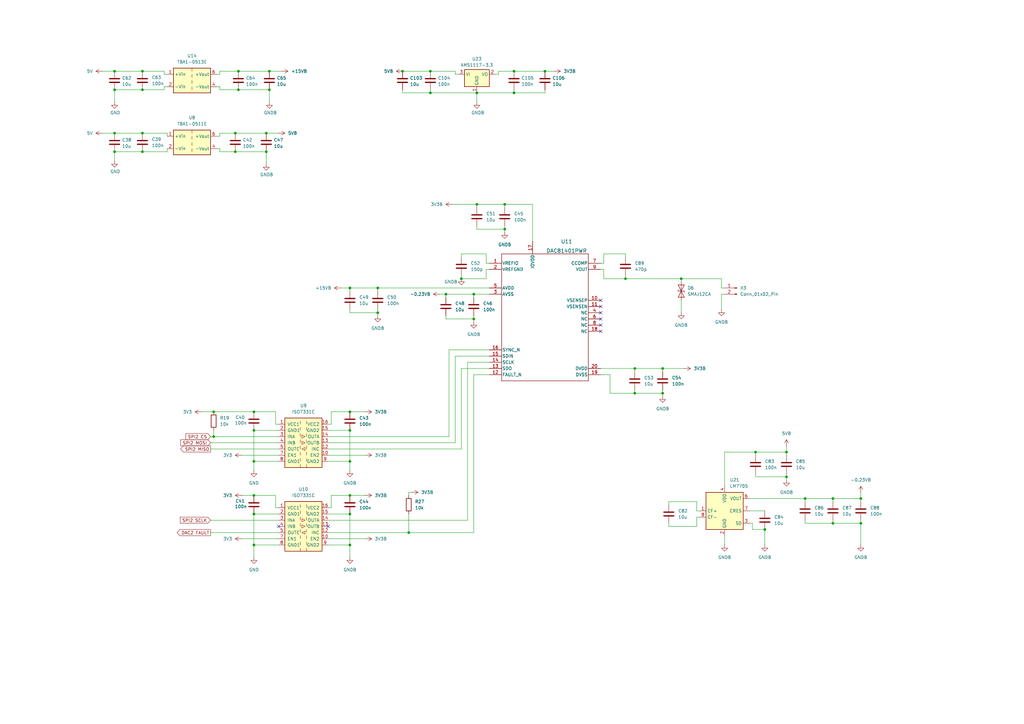
<source format=kicad_sch>
(kicad_sch (version 20250114) (generator "eeschema") (generator_version "9.0")
  (paper "A3")
  (title_block (title "Analogni izlaz 0 - 10 V") (date "2025-05-20") (rev "V1") (company "TVZ"))
  (lib_symbols
    (symbol "Connector:Conn_01x02_Pin" (pin_names (offset 1.016) (hide yes))
      (property "Reference" "J" (at 0 2.54 0))
      (property "Value" "Conn_01x02_Pin" (at 0 -5.08 0))
      (symbol "Conn_01x02_Pin_1_1"
        (rectangle (start 0.8636 0.127) (end 0 -0.127) (stroke (width 0.1524)) (fill (type outline)))
        (rectangle (start 0.8636 -2.413) (end 0 -2.667) (stroke (width 0.1524)) (fill (type outline)))
        (polyline (pts (xy 1.27 0) (xy 0.8636 0)) (stroke (width 0.1524)))
        (polyline (pts (xy 1.27 -2.54) (xy 0.8636 -2.54)) (stroke (width 0.1524)))
        (pin passive line (at 5.08 0 180) (length 3.81) (name "Pin_1") (number "1"))
        (pin passive line (at 5.08 -2.54 180) (length 3.81) (name "Pin_2") (number "2"))
      )
    )
    (symbol "Converter_DCDC:TBA1-0511E"
      (property "Reference" "U" (at -6.35 6.35 0))
      (property "Value" "TBA1-0511E" (at 2.54 6.35 0))
      (symbol "TBA1-0511E_0_1"
        (rectangle (start -7.62 5.08) (end 7.62 -5.08) (stroke (width 0.254)) (fill (type background)))
        (polyline (pts (xy 0 5.08) (xy 0 3.81)))
        (polyline (pts (xy 0 2.54) (xy 0 1.27)))
        (polyline (pts (xy 0 0) (xy 0 -1.27)))
        (polyline (pts (xy 0 -2.54) (xy 0 -3.81)))
      )
      (symbol "TBA1-0511E_1_1"
        (pin power_in line (at -10.16 2.54 0) (length 2.54) (name "+Vin") (number "1"))
        (pin power_in line (at -10.16 -2.54 0) (length 2.54) (name "-Vin") (number "2"))
        (pin power_out line (at 10.16 2.54 180) (length 2.54) (name "+Vout") (number "6"))
        (pin power_out line (at 10.16 -2.54 180) (length 2.54) (name "-Vout") (number "4"))
      )
    )
    (symbol "Converter_DCDC:TBA1-0513E"
      (property "Reference" "U" (at -6.35 6.35 0))
      (property "Value" "TBA1-0513E" (at 2.54 6.35 0))
      (symbol "TBA1-0513E_0_1"
        (rectangle (start -7.62 5.08) (end 7.62 -5.08) (stroke (width 0.254)) (fill (type background)))
        (polyline (pts (xy 0 5.08) (xy 0 3.81)))
        (polyline (pts (xy 0 2.54) (xy 0 1.27)))
        (polyline (pts (xy 0 0) (xy 0 -1.27)))
        (polyline (pts (xy 0 -2.54) (xy 0 -3.81)))
      )
      (symbol "TBA1-0513E_1_1"
        (pin power_in line (at -10.16 2.54 0) (length 2.54) (name "+Vin") (number "1"))
        (pin power_in line (at -10.16 -2.54 0) (length 2.54) (name "-Vin") (number "2"))
        (pin power_out line (at 10.16 2.54 180) (length 2.54) (name "+Vout") (number "6"))
        (pin power_out line (at 10.16 -2.54 180) (length 2.54) (name "-Vout") (number "4"))
      )
    )
    (symbol "Device:C" (pin_numbers (hide yes)) (pin_names (offset 0.254))
      (property "Reference" "C" (at 0.635 2.54 0))
      (property "Value" "C" (at 0.635 -2.54 0))
      (symbol "C_0_1"
        (polyline (pts (xy -2.032 0.762) (xy 2.032 0.762)) (stroke (width 0.508)))
        (polyline (pts (xy -2.032 -0.762) (xy 2.032 -0.762)) (stroke (width 0.508)))
      )
      (symbol "C_1_1"
        (pin passive line (at 0 3.81 270) (length 2.794) (name "~") (number "1"))
        (pin passive line (at 0 -3.81 90) (length 2.794) (name "~") (number "2"))
      )
    )
    (symbol "Device:R" (pin_numbers (hide yes)) (pin_names (offset 0))
      (property "Reference" "R" (at 2.032 0 90))
      (property "Value" "R" (at 0 0 90))
      (symbol "R_0_1"
        (rectangle (start -1.016 -2.54) (end 1.016 2.54) (stroke (width 0.254)))
      )
      (symbol "R_1_1"
        (pin passive line (at 0 3.81 270) (length 1.27) (name "~") (number "1"))
        (pin passive line (at 0 -3.81 90) (length 1.27) (name "~") (number "2"))
      )
    )
    (symbol "Diode:SMAJ12CA" (pin_numbers (hide yes)) (pin_names (offset 1.016) (hide yes))
      (property "Reference" "D" (at 0 2.54 0))
      (property "Value" "SMAJ12CA" (at 0 -2.54 0))
      (symbol "SMAJ12CA_0_1"
        (polyline (pts (xy -2.54 -1.27) (xy 0 0) (xy -2.54 1.27) (xy -2.54 -1.27)) (stroke (width 0.2032)))
        (polyline (pts (xy 0.508 1.27) (xy 0 1.27) (xy 0 -1.27) (xy -0.508 -1.27)) (stroke (width 0.2032)))
        (polyline (pts (xy 1.27 0) (xy -1.27 0)))
        (polyline (pts (xy 2.54 1.27) (xy 2.54 -1.27) (xy 0 0) (xy 2.54 1.27)) (stroke (width 0.2032)))
      )
      (symbol "SMAJ12CA_1_1"
        (pin passive line (at -3.81 0 0) (length 2.54) (name "A1") (number "1"))
        (pin passive line (at 3.81 0 180) (length 2.54) (name "A2") (number "2"))
      )
    )
    (symbol "Isolator:ISO7331C" (pin_names (offset 1.016))
      (property "Reference" "U4" (at 0 15.24 0))
      (property "Value" "ISO7331C" (at 0 12.7 0))
      (symbol "ISO7331C_0_1"
        (rectangle (start -7.62 10.16) (end 7.62 -10.16) (stroke (width 0.254)) (fill (type background)))
        (polyline (pts (xy -1.27 8.89) (xy -1.27 7.62)))
        (polyline (pts (xy -1.27 6.35) (xy -1.27 5.08)))
        (polyline (pts (xy -1.27 3.81) (xy -1.27 2.54)))
        (polyline (pts (xy -1.27 1.27) (xy -1.27 0)))
        (polyline (pts (xy -1.27 -1.27) (xy -1.27 -2.54)))
        (polyline (pts (xy -1.27 -3.81) (xy -1.27 -5.08)))
        (polyline (pts (xy -1.27 -6.35) (xy -1.27 -7.62)))
        (polyline (pts (xy -1.27 -8.89) (xy -1.27 -10.16)))
        (polyline (pts (xy -0.635 3.175) (xy -0.635 1.905) (xy 0.635 2.54) (xy -0.635 3.175)))
        (polyline (pts (xy -0.635 0.635) (xy -0.635 -0.635) (xy 0.635 0) (xy -0.635 0.635)))
        (polyline (pts (xy -0.635 -2.54) (xy 0.635 -1.905) (xy 0.635 -3.175) (xy -0.635 -2.54)))
        (polyline (pts (xy 1.27 8.89) (xy 1.27 7.62)))
        (polyline (pts (xy 1.27 6.35) (xy 1.27 5.08)))
        (polyline (pts (xy 1.27 3.81) (xy 1.27 2.54)))
        (polyline (pts (xy 1.27 1.27) (xy 1.27 0)))
        (polyline (pts (xy 1.27 -1.27) (xy 1.27 -2.54)))
        (polyline (pts (xy 1.27 -3.81) (xy 1.27 -5.08)))
        (polyline (pts (xy 1.27 -6.35) (xy 1.27 -7.62)))
        (polyline (pts (xy 1.27 -8.89) (xy 1.27 -10.16)))
      )
      (symbol "ISO7331C_1_1"
        (pin power_in line (at -10.16 7.62 0) (length 2.54) (name "VCC1") (number "1"))
        (pin power_in line (at -10.16 5.08 0) (length 2.54) (name "GND1") (number "2"))
        (pin input line (at -10.16 2.54 0) (length 2.54) (name "INA") (number "3"))
        (pin input line (at -10.16 0 0) (length 2.54) (name "INB") (number "4"))
        (pin output line (at -10.16 -2.54 0) (length 2.54) (name "OUTC") (number "5"))
        (pin input line (at -10.16 -5.08 0) (length 2.54) (name "EN1") (number "7"))
        (pin power_in line (at -10.16 -7.62 0) (length 2.54) (name "GND1") (number "8"))
        (pin no_connect line (at 0 10.16 270) (length 2.54) (hide yes) (name "NC") (number "11"))
        (pin no_connect line (at 0 -10.16 90) (length 2.54) (hide yes) (name "NC") (number "6"))
        (pin power_in line (at 10.16 7.62 180) (length 2.54) (name "VCC2") (number "16"))
        (pin power_in line (at 10.16 5.08 180) (length 2.54) (name "GND2") (number "15"))
        (pin output line (at 10.16 2.54 180) (length 2.54) (name "OUTA") (number "14"))
        (pin output line (at 10.16 0 180) (length 2.54) (name "OUTB") (number "13"))
        (pin input line (at 10.16 -2.54 180) (length 2.54) (name "INC") (number "12"))
        (pin input line (at 10.16 -5.08 180) (length 2.54) (name "EN2") (number "10"))
        (pin power_in line (at 10.16 -7.62 180) (length 2.54) (name "GND2") (number "9"))
      )
    )
    (symbol "Regulator_Linear:AMS1117-3.3"
      (property "Reference" "U" (at -3.81 3.175 0))
      (property "Value" "AMS1117-3.3" (at 0 3.175 0))
      (symbol "AMS1117-3.3_0_1"
        (rectangle (start -5.08 -5.08) (end 5.08 1.905) (stroke (width 0.254)) (fill (type background)))
      )
      (symbol "AMS1117-3.3_1_1"
        (pin power_in line (at -7.62 0 0) (length 2.54) (name "VI") (number "3"))
        (pin power_in line (at 0 -7.62 90) (length 2.54) (name "GND") (number "1"))
        (pin power_out line (at 7.62 0 180) (length 2.54) (name "VO") (number "2"))
      )
    )
    (symbol "Regulator_SwitchedCapacitor:LM7705"
      (property "Reference" "U19" (at 2.1433 12.7 0))
      (property "Value" "LM7705" (at 2.1433 10.16 0))
      (symbol "LM7705_0_1"
        (rectangle (start -7.62 7.62) (end 7.62 -7.62) (stroke (width 0.254)) (fill (type background)))
      )
      (symbol "LM7705_1_1"
        (pin passive line (at -10.16 0 0) (length 2.54) (name "CF+") (number "1"))
        (pin passive line (at -10.16 -2.54 0) (length 2.54) (name "CF-") (number "8"))
        (pin power_in line (at 0 10.16 270) (length 2.54) (name "VDD") (number "4"))
        (pin power_in line (at 0 -10.16 90) (length 2.54) (name "GND") (number "2"))
        (pin passive line (at 0 -10.16 90) (length 2.54) (hide yes) (name "GND") (number "5"))
        (pin power_out line (at 10.16 5.08 180) (length 2.54) (name "VOUT") (number "6"))
        (pin passive line (at 10.16 0 180) (length 2.54) (name "CRES") (number "7"))
        (pin input line (at 10.16 -5.08 180) (length 2.54) (name "SD") (number "3"))
      )
    )
    (symbol "noviLibrary_sym:DAC81401PWR" (pin_names (offset 0.254))
      (property "Reference" "U11" (at 30.48 19.05 0))
      (property "Value" "DAC81401PWR" (at 30.48 15.24 0))
      (symbol "DAC81401PWR_0_1"
        (polyline (pts (xy 3.81 13.97) (xy 3.81 -38.1)) (stroke (width 0.2032)))
        (polyline (pts (xy 3.81 -38.1) (xy 39.37 -38.1)) (stroke (width 0.2032)))
        (polyline (pts (xy 39.37 13.97) (xy 3.81 13.97)) (stroke (width 0.2032)))
        (polyline (pts (xy 39.37 -38.1) (xy 39.37 13.97)) (stroke (width 0.2032)))
        (pin unspecified line (at -1.27 10.16 0) (length 5.08) (name "VREFIO") (number "1"))
        (pin power_in line (at -1.27 7.62 0) (length 5.08) (name "VREFGND") (number "2"))
        (pin power_in line (at -1.27 0 0) (length 5.08) (name "AVDD") (number "5"))
        (pin power_in line (at -1.27 -2.54 0) (length 5.08) (name "AVSS") (number "3"))
        (pin input line (at -1.27 -25.4 0) (length 5.08) (name "SYNC_N") (number "16"))
        (pin input line (at -1.27 -27.94 0) (length 5.08) (name "SDIN") (number "15"))
        (pin input line (at -1.27 -30.48 0) (length 5.08) (name "SCLK") (number "14"))
        (pin output line (at -1.27 -33.02 0) (length 5.08) (name "SDO") (number "13"))
        (pin open_collector line (at -1.27 -35.56 0) (length 5.08) (name "FAULT_N") (number "12"))
        (pin power_in line (at 16.51 19.05 270) (length 5.08) (name "IOVDD") (number "17"))
        (pin unspecified line (at 44.45 10.16 180) (length 5.08) (name "CCOMP") (number "7"))
        (pin unspecified line (at 44.45 7.62 180) (length 5.08) (name "VOUT") (number "9"))
        (pin power_in line (at 44.45 -5.08 180) (length 5.08) (name "VSENSEP") (number "10"))
        (pin power_in line (at 44.45 -7.62 180) (length 5.08) (name "VSENSEN") (number "11"))
        (pin unspecified line (at 44.45 -10.16 180) (length 5.08) (name "NC") (number "4"))
        (pin unspecified line (at 44.45 -12.7 180) (length 5.08) (name "NC") (number "6"))
        (pin unspecified line (at 44.45 -15.24 180) (length 5.08) (name "NC") (number "8"))
        (pin unspecified line (at 44.45 -17.78 180) (length 5.08) (name "NC") (number "18"))
        (pin power_in line (at 44.45 -33.02 180) (length 5.08) (name "DVDD") (number "20"))
        (pin power_in line (at 44.45 -35.56 180) (length 5.08) (name "DVSS") (number "19"))
      )
    )
    (symbol "power:+1V0" (power) (pin_numbers (hide yes)) (pin_names (offset 0) (hide yes))
      (property "Value" "+1V0" (at 0 3.556 0))
      (symbol "+1V0_0_1"
        (polyline (pts (xy -0.762 1.27) (xy 0 2.54)))
        (polyline (pts (xy 0 2.54) (xy 0.762 1.27)))
        (polyline (pts (xy 0 0) (xy 0 2.54)))
      )
      (symbol "+1V0_1_1"
        (pin power_in line (at 0 0 90) (length 0) (name "~") (number "1"))
      )
    )
    (symbol "power:+24V" (power) (pin_numbers (hide yes)) (pin_names (offset 0) (hide yes))
      (property "Value" "+24V" (at 0 3.556 0))
      (symbol "+24V_0_1"
        (polyline (pts (xy -0.762 1.27) (xy 0 2.54)))
        (polyline (pts (xy 0 2.54) (xy 0.762 1.27)))
        (polyline (pts (xy 0 0) (xy 0 2.54)))
      )
      (symbol "+24V_1_1"
        (pin power_in line (at 0 0 90) (length 0) (name "~") (number "1"))
      )
    )
    (symbol "power:+5V" (power) (pin_numbers (hide yes)) (pin_names (offset 0) (hide yes))
      (property "Value" "+5V" (at 0 3.556 0))
      (symbol "+5V_0_1"
        (polyline (pts (xy -0.762 1.27) (xy 0 2.54)))
        (polyline (pts (xy 0 2.54) (xy 0.762 1.27)))
        (polyline (pts (xy 0 0) (xy 0 2.54)))
      )
      (symbol "+5V_1_1"
        (pin power_in line (at 0 0 90) (length 0) (name "~") (number "1"))
      )
    )
    (symbol "power:GND" (power) (pin_numbers (hide yes)) (pin_names (offset 0) (hide yes))
      (property "Value" "GND" (at 0 -3.81 0))
      (symbol "GND_0_1"
        (polyline (pts (xy 0 0) (xy 0 -1.27) (xy 1.27 -1.27) (xy 0 -2.54) (xy -1.27 -1.27) (xy 0 -1.27)))
      )
      (symbol "GND_1_1"
        (pin power_in line (at 0 0 270) (length 0) (name "~") (number "1"))
      )
    )
    (symbol "power:GND2" (power) (pin_numbers (hide yes)) (pin_names (offset 0) (hide yes))
      (property "Value" "GND2" (at 0 -3.81 0))
      (symbol "GND2_0_1"
        (polyline (pts (xy 0 0) (xy 0 -1.27) (xy 1.27 -1.27) (xy 0 -2.54) (xy -1.27 -1.27) (xy 0 -1.27)))
      )
      (symbol "GND2_1_1"
        (pin power_in line (at 0 0 270) (length 0) (name "~") (number "1"))
      )
    )
  )
  (junction (at 353.06 214.63))
  (junction (at 207.01 83.82))
  (junction (at 189.23 114.3))
  (junction (at 58.42 62.23))
  (junction (at 104.14 189.23))
  (junction (at 143.51 118.11))
  (junction (at 194.31 120.65))
  (junction (at 87.63 179.07))
  (junction (at 176.53 29.21))
  (junction (at 104.14 176.53))
  (junction (at 210.82 38.1))
  (junction (at 210.82 29.21))
  (junction (at 58.42 54.61))
  (junction (at 104.14 168.91))
  (junction (at 195.58 83.82))
  (junction (at 143.51 223.52))
  (junction (at 260.35 151.13))
  (junction (at 353.06 204.47))
  (junction (at 309.88 185.42))
  (junction (at 322.58 185.42))
  (junction (at 341.63 204.47))
  (junction (at 322.58 195.58))
  (junction (at 143.51 210.82))
  (junction (at 143.51 189.23))
  (junction (at 154.94 118.11))
  (junction (at 207.01 93.98))
  (junction (at 271.78 161.29))
  (junction (at 330.2 204.47))
  (junction (at 58.42 29.21))
  (junction (at 58.42 36.83))
  (junction (at 46.99 54.61))
  (junction (at 104.14 223.52))
  (junction (at 87.63 168.91))
  (junction (at 279.4 114.3))
  (junction (at 256.54 114.3))
  (junction (at 154.94 128.27))
  (junction (at 104.14 203.2))
  (junction (at 110.49 29.21))
  (junction (at 341.63 214.63))
  (junction (at 97.79 36.83))
  (junction (at 176.53 38.1))
  (junction (at 182.88 120.65))
  (junction (at 143.51 203.2))
  (junction (at 165.1 29.21))
  (junction (at 96.52 62.23))
  (junction (at 96.52 54.61))
  (junction (at 260.35 161.29))
  (junction (at 271.78 151.13))
  (junction (at 110.49 36.83))
  (junction (at 143.51 168.91))
  (junction (at 195.58 38.1))
  (junction (at 97.79 29.21))
  (junction (at 46.99 29.21))
  (junction (at 109.22 62.23))
  (junction (at 223.52 29.21))
  (junction (at 104.14 210.82))
  (junction (at 46.99 62.23))
  (junction (at 109.22 54.61))
  (junction (at 167.64 218.44))
  (junction (at 143.51 176.53))
  (junction (at 46.99 36.83))
  (junction (at 313.69 217.17))
  (junction (at 194.31 130.81))
  (no_connect (at 134.62 215.9))
  (no_connect (at 246.38 135.89))
  (no_connect (at 246.38 133.35))
  (no_connect (at 114.3 215.9))
  (no_connect (at 246.38 125.73))
  (no_connect (at 246.38 130.81))
  (no_connect (at 246.38 123.19))
  (no_connect (at 246.38 128.27))
  (wire (pts (xy 110.49 36.83) (xy 110.49 41.91)))
  (wire (pts (xy 134.62 220.98) (xy 149.86 220.98)))
  (wire (pts (xy 104.14 176.53) (xy 104.14 189.23)))
  (wire (pts (xy 297.18 199.39) (xy 297.18 185.42)))
  (wire (pts (xy 313.69 217.17) (xy 313.69 223.52)))
  (wire (pts (xy 143.51 128.27) (xy 154.94 128.27)))
  (wire (pts (xy 88.9 60.96) (xy 90.17 60.96)))
  (wire (pts (xy 260.35 161.29) (xy 271.78 161.29)))
  (wire (pts (xy 285.75 205.74) (xy 285.75 209.55)))
  (wire (pts (xy 68.58 62.23) (xy 68.58 60.96)))
  (wire (pts (xy 46.99 62.23) (xy 58.42 62.23)))
  (wire (pts (xy 309.88 185.42) (xy 322.58 185.42)))
  (wire (pts (xy 104.14 176.53) (xy 114.3 176.53)))
  (wire (pts (xy 113.03 203.2) (xy 104.14 203.2)))
  (wire (pts (xy 200.66 146.05) (xy 186.69 146.05)))
  (wire (pts (xy 353.06 213.36) (xy 353.06 214.63)))
  (wire (pts (xy 135.89 208.28) (xy 135.89 203.2)))
  (wire (pts (xy 195.58 83.82) (xy 195.58 85.09)))
  (wire (pts (xy 67.31 30.48) (xy 67.31 29.21)))
  (wire (pts (xy 104.14 223.52) (xy 114.3 223.52)))
  (wire (pts (xy 90.17 35.56) (xy 90.17 36.83)))
  (wire (pts (xy 308.61 214.63) (xy 308.61 217.17)))
  (wire (pts (xy 99.06 186.69) (xy 114.3 186.69)))
  (wire (pts (xy 218.44 83.82) (xy 218.44 99.06)))
  (wire (pts (xy 113.03 208.28) (xy 113.03 203.2)))
  (wire (pts (xy 223.52 36.83) (xy 223.52 38.1)))
  (wire (pts (xy 204.47 29.21) (xy 210.82 29.21)))
  (wire (pts (xy 154.94 118.11) (xy 200.66 118.11)))
  (wire (pts (xy 207.01 92.71) (xy 207.01 93.98)))
  (wire (pts (xy 46.99 54.61) (xy 58.42 54.61)))
  (wire (pts (xy 58.42 36.83) (xy 67.31 36.83)))
  (wire (pts (xy 295.91 120.65) (xy 295.91 127)))
  (wire (pts (xy 250.19 161.29) (xy 260.35 161.29)))
  (wire (pts (xy 189.23 105.41) (xy 189.23 104.14)))
  (wire (pts (xy 143.51 119.38) (xy 143.51 118.11)))
  (wire (pts (xy 134.62 189.23) (xy 143.51 189.23)))
  (wire (pts (xy 104.14 223.52) (xy 104.14 228.6)))
  (wire (pts (xy 90.17 30.48) (xy 90.17 29.21)))
  (wire (pts (xy 134.62 179.07) (xy 184.15 179.07)))
  (wire (pts (xy 271.78 161.29) (xy 271.78 162.56)))
  (wire (pts (xy 199.39 114.3) (xy 189.23 114.3)))
  (wire (pts (xy 353.06 201.93) (xy 353.06 204.47)))
  (wire (pts (xy 194.31 121.92) (xy 194.31 120.65)))
  (wire (pts (xy 250.19 153.67) (xy 250.19 161.29)))
  (wire (pts (xy 210.82 29.21) (xy 223.52 29.21)))
  (wire (pts (xy 271.78 152.4) (xy 271.78 151.13)))
  (wire (pts (xy 191.77 148.59) (xy 200.66 148.59)))
  (wire (pts (xy 189.23 104.14) (xy 199.39 104.14)))
  (wire (pts (xy 143.51 176.53) (xy 143.51 189.23)))
  (wire (pts (xy 307.34 204.47) (xy 330.2 204.47)))
  (wire (pts (xy 297.18 118.11) (xy 295.91 118.11)))
  (wire (pts (xy 99.06 203.2) (xy 104.14 203.2)))
  (wire (pts (xy 113.03 208.28) (xy 114.3 208.28)))
  (wire (pts (xy 134.62 208.28) (xy 135.89 208.28)))
  (wire (pts (xy 279.4 114.3) (xy 295.91 114.3)))
  (wire (pts (xy 186.69 29.21) (xy 176.53 29.21)))
  (wire (pts (xy 308.61 217.17) (xy 313.69 217.17)))
  (wire (pts (xy 46.99 62.23) (xy 46.99 66.04)))
  (wire (pts (xy 295.91 118.11) (xy 295.91 114.3)))
  (wire (pts (xy 143.51 223.52) (xy 143.51 228.6)))
  (wire (pts (xy 297.18 185.42) (xy 309.88 185.42)))
  (wire (pts (xy 309.88 185.42) (xy 309.88 186.69)))
  (wire (pts (xy 207.01 83.82) (xy 207.01 85.09)))
  (wire (pts (xy 104.14 210.82) (xy 114.3 210.82)))
  (wire (pts (xy 207.01 93.98) (xy 207.01 95.25)))
  (wire (pts (xy 297.18 219.71) (xy 297.18 223.52)))
  (wire (pts (xy 189.23 151.13) (xy 189.23 184.15)))
  (wire (pts (xy 165.1 29.21) (xy 176.53 29.21)))
  (wire (pts (xy 104.14 189.23) (xy 104.14 193.04)))
  (wire (pts (xy 182.88 130.81) (xy 194.31 130.81)))
  (wire (pts (xy 260.35 152.4) (xy 260.35 151.13)))
  (wire (pts (xy 199.39 107.95) (xy 200.66 107.95)))
  (wire (pts (xy 104.14 210.82) (xy 104.14 223.52)))
  (wire (pts (xy 184.15 143.51) (xy 200.66 143.51)))
  (wire (pts (xy 68.58 30.48) (xy 67.31 30.48)))
  (wire (pts (xy 184.15 179.07) (xy 184.15 143.51)))
  (wire (pts (xy 86.36 179.07) (xy 87.63 179.07)))
  (wire (pts (xy 41.91 29.21) (xy 46.99 29.21)))
  (wire (pts (xy 295.91 120.65) (xy 297.18 120.65)))
  (wire (pts (xy 246.38 110.49) (xy 247.65 110.49)))
  (wire (pts (xy 246.38 153.67) (xy 250.19 153.67)))
  (wire (pts (xy 256.54 114.3) (xy 279.4 114.3)))
  (wire (pts (xy 210.82 38.1) (xy 223.52 38.1)))
  (wire (pts (xy 285.75 212.09) (xy 287.02 212.09)))
  (wire (pts (xy 67.31 29.21) (xy 58.42 29.21)))
  (wire (pts (xy 274.32 205.74) (xy 285.75 205.74)))
  (wire (pts (xy 247.65 110.49) (xy 247.65 114.3)))
  (wire (pts (xy 86.36 213.36) (xy 114.3 213.36)))
  (wire (pts (xy 307.34 209.55) (xy 313.69 209.55)))
  (wire (pts (xy 195.58 92.71) (xy 195.58 93.98)))
  (wire (pts (xy 68.58 35.56) (xy 67.31 35.56)))
  (wire (pts (xy 195.58 83.82) (xy 207.01 83.82)))
  (wire (pts (xy 247.65 104.14) (xy 256.54 104.14)))
  (wire (pts (xy 88.9 55.88) (xy 90.17 55.88)))
  (wire (pts (xy 113.03 168.91) (xy 104.14 168.91)))
  (wire (pts (xy 191.77 213.36) (xy 191.77 148.59)))
  (wire (pts (xy 309.88 195.58) (xy 309.88 194.31)))
  (wire (pts (xy 180.34 120.65) (xy 182.88 120.65)))
  (wire (pts (xy 246.38 107.95) (xy 247.65 107.95)))
  (wire (pts (xy 134.62 213.36) (xy 191.77 213.36)))
  (wire (pts (xy 182.88 121.92) (xy 182.88 120.65)))
  (wire (pts (xy 154.94 127) (xy 154.94 128.27)))
  (wire (pts (xy 99.06 220.98) (xy 114.3 220.98)))
  (wire (pts (xy 82.55 168.91) (xy 87.63 168.91)))
  (wire (pts (xy 96.52 62.23) (xy 109.22 62.23)))
  (wire (pts (xy 143.51 118.11) (xy 154.94 118.11)))
  (wire (pts (xy 109.22 62.23) (xy 109.22 67.31)))
  (wire (pts (xy 322.58 194.31) (xy 322.58 195.58)))
  (wire (pts (xy 204.47 30.48) (xy 204.47 29.21)))
  (wire (pts (xy 330.2 213.36) (xy 330.2 214.63)))
  (wire (pts (xy 330.2 204.47) (xy 341.63 204.47)))
  (wire (pts (xy 176.53 36.83) (xy 176.53 38.1)))
  (wire (pts (xy 194.31 130.81) (xy 194.31 132.08)))
  (wire (pts (xy 322.58 182.88) (xy 322.58 185.42)))
  (wire (pts (xy 187.96 30.48) (xy 186.69 30.48)))
  (wire (pts (xy 46.99 36.83) (xy 58.42 36.83)))
  (wire (pts (xy 309.88 195.58) (xy 322.58 195.58)))
  (wire (pts (xy 353.06 214.63) (xy 353.06 223.52)))
  (wire (pts (xy 143.51 127) (xy 143.51 128.27)))
  (wire (pts (xy 154.94 128.27) (xy 154.94 129.54)))
  (wire (pts (xy 113.03 173.99) (xy 113.03 168.91)))
  (wire (pts (xy 274.32 215.9) (xy 285.75 215.9)))
  (wire (pts (xy 88.9 30.48) (xy 90.17 30.48)))
  (wire (pts (xy 247.65 114.3) (xy 256.54 114.3)))
  (wire (pts (xy 90.17 60.96) (xy 90.17 62.23)))
  (wire (pts (xy 167.64 210.82) (xy 167.64 218.44)))
  (wire (pts (xy 341.63 214.63) (xy 353.06 214.63)))
  (wire (pts (xy 104.14 189.23) (xy 114.3 189.23)))
  (wire (pts (xy 134.62 173.99) (xy 135.89 173.99)))
  (wire (pts (xy 353.06 204.47) (xy 341.63 204.47)))
  (wire (pts (xy 110.49 29.21) (xy 115.57 29.21)))
  (wire (pts (xy 165.1 38.1) (xy 176.53 38.1)))
  (wire (pts (xy 203.2 30.48) (xy 204.47 30.48)))
  (wire (pts (xy 97.79 36.83) (xy 110.49 36.83)))
  (wire (pts (xy 90.17 55.88) (xy 90.17 54.61)))
  (wire (pts (xy 134.62 186.69) (xy 149.86 186.69)))
  (wire (pts (xy 218.44 83.82) (xy 207.01 83.82)))
  (wire (pts (xy 322.58 185.42) (xy 322.58 186.69)))
  (wire (pts (xy 143.51 189.23) (xy 143.51 193.04)))
  (wire (pts (xy 353.06 205.74) (xy 353.06 204.47)))
  (wire (pts (xy 134.62 176.53) (xy 143.51 176.53)))
  (wire (pts (xy 68.58 54.61) (xy 68.58 55.88)))
  (wire (pts (xy 167.64 218.44) (xy 134.62 218.44)))
  (wire (pts (xy 135.89 203.2) (xy 143.51 203.2)))
  (wire (pts (xy 67.31 35.56) (xy 67.31 36.83)))
  (wire (pts (xy 182.88 129.54) (xy 182.88 130.81)))
  (wire (pts (xy 41.91 54.61) (xy 46.99 54.61)))
  (wire (pts (xy 279.4 114.3) (xy 279.4 115.57)))
  (wire (pts (xy 195.58 38.1) (xy 210.82 38.1)))
  (wire (pts (xy 168.91 201.93) (xy 167.64 201.93)))
  (wire (pts (xy 285.75 215.9) (xy 285.75 212.09)))
  (wire (pts (xy 97.79 29.21) (xy 110.49 29.21)))
  (wire (pts (xy 195.58 93.98) (xy 207.01 93.98)))
  (wire (pts (xy 109.22 54.61) (xy 114.3 54.61)))
  (wire (pts (xy 260.35 151.13) (xy 271.78 151.13)))
  (wire (pts (xy 88.9 35.56) (xy 90.17 35.56)))
  (wire (pts (xy 96.52 54.61) (xy 109.22 54.61)))
  (wire (pts (xy 256.54 113.03) (xy 256.54 114.3)))
  (wire (pts (xy 200.66 151.13) (xy 189.23 151.13)))
  (wire (pts (xy 341.63 213.36) (xy 341.63 214.63)))
  (wire (pts (xy 58.42 54.61) (xy 68.58 54.61)))
  (wire (pts (xy 274.32 214.63) (xy 274.32 215.9)))
  (wire (pts (xy 194.31 129.54) (xy 194.31 130.81)))
  (wire (pts (xy 330.2 205.74) (xy 330.2 204.47)))
  (wire (pts (xy 154.94 119.38) (xy 154.94 118.11)))
  (wire (pts (xy 134.62 223.52) (xy 143.51 223.52)))
  (wire (pts (xy 271.78 151.13) (xy 280.67 151.13)))
  (wire (pts (xy 322.58 195.58) (xy 322.58 196.85)))
  (wire (pts (xy 185.42 83.82) (xy 195.58 83.82)))
  (wire (pts (xy 260.35 160.02) (xy 260.35 161.29)))
  (wire (pts (xy 189.23 113.03) (xy 189.23 114.3)))
  (wire (pts (xy 46.99 29.21) (xy 58.42 29.21)))
  (wire (pts (xy 86.36 184.15) (xy 114.3 184.15)))
  (wire (pts (xy 279.4 123.19) (xy 279.4 128.27)))
  (wire (pts (xy 167.64 201.93) (xy 167.64 203.2)))
  (wire (pts (xy 90.17 29.21) (xy 97.79 29.21)))
  (wire (pts (xy 194.31 218.44) (xy 167.64 218.44)))
  (wire (pts (xy 46.99 36.83) (xy 46.99 41.91)))
  (wire (pts (xy 165.1 36.83) (xy 165.1 38.1)))
  (wire (pts (xy 200.66 110.49) (xy 199.39 110.49)))
  (wire (pts (xy 194.31 120.65) (xy 200.66 120.65)))
  (wire (pts (xy 86.36 218.44) (xy 114.3 218.44)))
  (wire (pts (xy 247.65 107.95) (xy 247.65 104.14)))
  (wire (pts (xy 199.39 110.49) (xy 199.39 114.3)))
  (wire (pts (xy 143.51 203.2) (xy 149.86 203.2)))
  (wire (pts (xy 134.62 184.15) (xy 189.23 184.15)))
  (wire (pts (xy 186.69 146.05) (xy 186.69 181.61)))
  (wire (pts (xy 274.32 205.74) (xy 274.32 207.01)))
  (wire (pts (xy 90.17 62.23) (xy 96.52 62.23)))
  (wire (pts (xy 90.17 54.61) (xy 96.52 54.61)))
  (wire (pts (xy 86.36 181.61) (xy 114.3 181.61)))
  (wire (pts (xy 139.7 118.11) (xy 143.51 118.11)))
  (wire (pts (xy 134.62 210.82) (xy 143.51 210.82)))
  (wire (pts (xy 223.52 29.21) (xy 227.33 29.21)))
  (wire (pts (xy 143.51 210.82) (xy 143.51 223.52)))
  (wire (pts (xy 195.58 38.1) (xy 195.58 41.91)))
  (wire (pts (xy 113.03 173.99) (xy 114.3 173.99)))
  (wire (pts (xy 87.63 176.53) (xy 87.63 179.07)))
  (wire (pts (xy 143.51 168.91) (xy 149.86 168.91)))
  (wire (pts (xy 58.42 62.23) (xy 68.58 62.23)))
  (wire (pts (xy 330.2 214.63) (xy 341.63 214.63)))
  (wire (pts (xy 341.63 204.47) (xy 341.63 205.74)))
  (wire (pts (xy 194.31 153.67) (xy 194.31 218.44)))
  (wire (pts (xy 199.39 104.14) (xy 199.39 107.95)))
  (wire (pts (xy 246.38 151.13) (xy 260.35 151.13)))
  (wire (pts (xy 182.88 120.65) (xy 194.31 120.65)))
  (wire (pts (xy 176.53 38.1) (xy 195.58 38.1)))
  (wire (pts (xy 271.78 160.02) (xy 271.78 161.29)))
  (wire (pts (xy 87.63 179.07) (xy 114.3 179.07)))
  (wire (pts (xy 307.34 214.63) (xy 308.61 214.63)))
  (wire (pts (xy 90.17 36.83) (xy 97.79 36.83)))
  (wire (pts (xy 285.75 209.55) (xy 287.02 209.55)))
  (wire (pts (xy 135.89 173.99) (xy 135.89 168.91)))
  (wire (pts (xy 256.54 104.14) (xy 256.54 105.41)))
  (wire (pts (xy 135.89 168.91) (xy 143.51 168.91)))
  (wire (pts (xy 210.82 36.83) (xy 210.82 38.1)))
  (wire (pts (xy 134.62 181.61) (xy 186.69 181.61)))
  (wire (pts (xy 87.63 168.91) (xy 104.14 168.91)))
  (wire (pts (xy 186.69 30.48) (xy 186.69 29.21)))
  (wire (pts (xy 200.66 153.67) (xy 194.31 153.67)))
  (global_label "DAC2 FAULT" (shape output) (at 86.36 218.44 180) (property "Intersheetrefs" "${INTERSHEET_REFS}" (effects (hide yes))))
  (global_label "SPI2 SCLK" (shape input) (at 86.36 213.36 180) (property "Intersheetrefs" "${INTERSHEET_REFS}" (effects (hide yes))))
  (global_label "SPI2 MISO" (shape output) (at 86.36 184.15 180) (property "Intersheetrefs" "${INTERSHEET_REFS}" (effects (hide yes))))
  (global_label "SPI2 CS" (shape input) (at 86.36 179.07 180) (property "Intersheetrefs" "${INTERSHEET_REFS}" (effects (hide yes))))
  (global_label "SPI2 MOSI" (shape input) (at 86.36 181.61 180) (property "Intersheetrefs" "${INTERSHEET_REFS}" (effects (hide yes))))
  (symbol (lib_id "Device:C") (at 274.32 210.82 180) (unit 1)
    (property "Reference" "C82" (at 278.13 209.5499 0) (effects (justify right)))
    (property "Value" "10u" (at 278.13 212.0899 0) (effects (justify right)))
    (property "Footprint" "Capacitor_SMD:C_1206_3216Metric_Pad1.33x1.80mm_HandSolder" (effects (hide yes)))
    (property "Description" "Unpolarized capacitor" (effects (hide yes)))
  )
  (symbol (lib_id "power:+5V") (at 149.86 186.69 270) (unit 1)
    (property "Reference" "#PWR052" (effects (hide yes)))
    (property "Value" "3V3B" (at 153.67 186.6899 90) (effects (justify left)))
    (property "Description" "Power symbol creates a global label with name \"+5V\"" (effects (hide yes)))
  )
  (symbol (lib_id "Device:C") (at 207.01 88.9 0) (unit 1)
    (property "Reference" "C45" (at 210.82 87.6299 0) (effects (justify left)))
    (property "Value" "100n" (at 210.82 90.1699 0) (effects (justify left)))
    (property "Footprint" "Capacitor_SMD:C_1206_3216Metric_Pad1.33x1.80mm_HandSolder" (effects (hide yes)))
    (property "Description" "Unpolarized capacitor" (effects (hide yes)))
  )
  (symbol (lib_id "Connector:Conn_01x02_Pin") (at 302.26 118.11 0) (mirror y) (unit 1)
    (property "Reference" "X3" (at 303.53 118.1099 0) (effects (justify right)))
    (property "Value" "Conn_01x02_Pin" (at 303.53 120.6499 0) (effects (justify right)))
    (property "Footprint" "Connector_Phoenix_GMSTB:PhoenixContact_GMSTBA_2,5_2-G-7,62_1x02_P7.62mm_Horizontal" (effects (hide yes)))
    (property "Description" "Generic connector, single row, 01x02, script generated" (effects (hide yes)))
  )
  (symbol (lib_id "Device:C") (at 189.23 109.22 0) (unit 1)
    (property "Reference" "C52" (at 193.04 107.9499 0) (effects (justify left)))
    (property "Value" "150p" (at 193.04 110.4899 0) (effects (justify left)))
    (property "Footprint" "Capacitor_SMD:C_1206_3216Metric_Pad1.33x1.80mm_HandSolder" (effects (hide yes)))
    (property "Description" "Unpolarized capacitor" (effects (hide yes)))
  )
  (symbol (lib_id "Device:C") (at 330.2 209.55 180) (unit 1)
    (property "Reference" "C86" (at 334.01 208.2799 0) (effects (justify right)))
    (property "Value" "10u" (at 334.01 210.8199 0) (effects (justify right)))
    (property "Footprint" "Capacitor_SMD:C_1206_3216Metric_Pad1.33x1.80mm_HandSolder" (effects (hide yes)))
    (property "Description" "Unpolarized capacitor" (effects (hide yes)))
  )
  (symbol (lib_id "Device:C") (at 97.79 33.02 180) (unit 1)
    (property "Reference" "C64" (at 100.838 32.004 0) (effects (justify right)))
    (property "Value" "100n" (at 100.838 34.544 0) (effects (justify right)))
    (property "Footprint" "Capacitor_SMD:C_1206_3216Metric_Pad1.33x1.80mm_HandSolder" (effects (hide yes)))
    (property "Description" "Unpolarized capacitor" (effects (hide yes)))
  )
  (symbol (lib_id "power:GND") (at 189.23 114.3 0) (unit 1)
    (property "Reference" "#PWR0114" (effects (hide yes)))
    (property "Value" "GNDB" (at 184.912 115.57 0))
    (property "Description" "Power symbol creates a global label with name \"GND\" , ground" (effects (hide yes)))
  )
  (symbol (lib_id "Device:C") (at 46.99 33.02 180) (unit 1)
    (property "Reference" "C62" (at 50.038 32.004 0) (effects (justify right)))
    (property "Value" "10u" (at 50.038 34.544 0) (effects (justify right)))
    (property "Footprint" "Capacitor_SMD:C_1206_3216Metric_Pad1.33x1.80mm_HandSolder" (effects (hide yes)))
    (property "Description" "Unpolarized capacitor" (effects (hide yes)))
  )
  (symbol (lib_id "Device:C") (at 182.88 125.73 0) (unit 1)
    (property "Reference" "C48" (at 186.69 124.4599 0) (effects (justify left)))
    (property "Value" "10u" (at 186.69 126.9999 0) (effects (justify left)))
    (property "Footprint" "Capacitor_SMD:C_1206_3216Metric_Pad1.33x1.80mm_HandSolder" (effects (hide yes)))
    (property "Description" "Unpolarized capacitor" (effects (hide yes)))
  )
  (symbol (lib_id "power:+5V") (at 149.86 203.2 270) (unit 1)
    (property "Reference" "#PWR053" (effects (hide yes)))
    (property "Value" "3V3B" (at 153.67 203.1999 90) (effects (justify left)))
    (property "Description" "Power symbol creates a global label with name \"+5V\"" (effects (hide yes)))
  )
  (symbol (lib_id "power:+24V") (at 139.7 118.11 90) (unit 1)
    (property "Reference" "#PWR079" (effects (hide yes)))
    (property "Value" "+15VB" (at 135.89 118.1099 90) (effects (justify left)))
    (property "Description" "Power symbol creates a global label with name \"+24V\"" (effects (hide yes)))
  )
  (symbol (lib_id "Device:C") (at 256.54 109.22 0) (unit 1)
    (property "Reference" "C89" (at 260.35 107.9499 0) (effects (justify left)))
    (property "Value" "470p" (at 260.35 110.4899 0) (effects (justify left)))
    (property "Footprint" "Capacitor_SMD:C_1206_3216Metric_Pad1.33x1.80mm_HandSolder" (effects (hide yes)))
    (property "Description" "Unpolarized capacitor" (effects (hide yes)))
  )
  (symbol (lib_id "power:GND") (at 313.69 223.52 0) (unit 1)
    (property "Reference" "#PWR0105" (effects (hide yes)))
    (property "Value" "GNDB" (at 313.69 228.6 0))
    (property "Description" "Power symbol creates a global label with name \"GND\" , ground" (effects (hide yes)))
  )
  (symbol (lib_id "Device:C") (at 104.14 207.01 0) (unit 1)
    (property "Reference" "C41" (at 96.52 205.486 0) (effects (justify left)))
    (property "Value" "100n" (at 96.266 207.772 0) (effects (justify left)))
    (property "Footprint" "Capacitor_SMD:C_1206_3216Metric_Pad1.33x1.80mm_HandSolder" (effects (hide yes)))
    (property "Description" "Unpolarized capacitor" (effects (hide yes)))
  )
  (symbol (lib_id "Device:C") (at 322.58 190.5 180) (unit 1)
    (property "Reference" "C85" (at 326.39 189.2299 0) (effects (justify right)))
    (property "Value" "10u" (at 326.39 191.7699 0) (effects (justify right)))
    (property "Footprint" "Capacitor_SMD:C_1206_3216Metric_Pad1.33x1.80mm_HandSolder" (effects (hide yes)))
    (property "Description" "Unpolarized capacitor" (effects (hide yes)))
  )
  (symbol (lib_id "power:GND") (at 271.78 162.56 0) (unit 1)
    (property "Reference" "#PWR0115" (effects (hide yes)))
    (property "Value" "GNDB" (at 271.78 167.64 0))
    (property "Description" "Power symbol creates a global label with name \"GND\" , ground" (effects (hide yes)))
  )
  (symbol (lib_id "power:GND") (at 295.91 127 0) (unit 1)
    (property "Reference" "#PWR0116" (effects (hide yes)))
    (property "Value" "GNDB" (at 295.91 132.08 0))
    (property "Description" "Power symbol creates a global label with name \"GND\" , ground" (effects (hide yes)))
  )
  (symbol (lib_id "power:GND") (at 279.4 128.27 0) (unit 1)
    (property "Reference" "#PWR0117" (effects (hide yes)))
    (property "Value" "GNDB" (at 279.4 133.35 0))
    (property "Description" "Power symbol creates a global label with name \"GND\" , ground" (effects (hide yes)))
  )
  (symbol (lib_id "Device:C") (at 271.78 156.21 0) (unit 1)
    (property "Reference" "C54" (at 275.59 154.9399 0) (effects (justify left)))
    (property "Value" "100n" (at 275.59 157.4799 0) (effects (justify left)))
    (property "Footprint" "Capacitor_SMD:C_1206_3216Metric_Pad1.33x1.80mm_HandSolder" (effects (hide yes)))
    (property "Description" "Unpolarized capacitor" (effects (hide yes)))
  )
  (symbol (lib_id "power:GND") (at 154.94 129.54 0) (unit 1)
    (property "Reference" "#PWR0112" (effects (hide yes)))
    (property "Value" "GNDB" (at 154.94 134.62 0))
    (property "Description" "Power symbol creates a global label with name \"GND\" , ground" (effects (hide yes)))
  )
  (symbol (lib_id "power:+24V") (at 114.3 54.61 270) (unit 1)
    (property "Reference" "#PWR058" (effects (hide yes)))
    (property "Value" "5VB" (at 118.11 54.6099 90) (effects (justify left)))
    (property "Description" "Power symbol creates a global label with name \"+24V\"" (effects (hide yes)))
  )
  (symbol (lib_id "power:+1V0") (at 180.34 120.65 90) (unit 1)
    (property "Reference" "#PWR0113" (effects (hide yes)))
    (property "Value" "-0.23VB" (at 176.53 120.6499 90) (effects (justify left)))
    (property "Description" "Power symbol creates a global label with name \"+1V0\"" (effects (hide yes)))
  )
  (symbol (lib_id "power:+24V") (at 165.1 29.21 90) (unit 1)
    (property "Reference" "#PWR049" (effects (hide yes)))
    (property "Value" "5VB" (at 161.29 29.2099 90) (effects (justify left)))
    (property "Description" "Power symbol creates a global label with name \"+24V\"" (effects (hide yes)))
  )
  (symbol (lib_id "power:GND2") (at 195.58 41.91 0) (unit 1)
    (property "Reference" "#PWR0139" (effects (hide yes)))
    (property "Value" "GNDB" (at 193.294 46.228 0) (effects (justify left)))
    (property "Description" "Power symbol creates a global label with name \"GND2\" , ground" (effects (hide yes)))
  )
  (symbol (lib_id "power:+24V") (at 227.33 29.21 270) (unit 1)
    (property "Reference" "#PWR0121" (effects (hide yes)))
    (property "Value" "3V3B" (at 231.14 29.2099 90) (effects (justify left)))
    (property "Description" "Power symbol creates a global label with name \"+24V\"" (effects (hide yes)))
  )
  (symbol (lib_id "power:+24V") (at 185.42 83.82 90) (unit 1)
    (property "Reference" "#PWR059" (effects (hide yes)))
    (property "Value" "3V3B" (at 181.61 83.8199 90) (effects (justify left)))
    (property "Description" "Power symbol creates a global label with name \"+24V\"" (effects (hide yes)))
  )
  (symbol (lib_id "power:+24V") (at 280.67 151.13 270) (unit 1)
    (property "Reference" "#PWR060" (effects (hide yes)))
    (property "Value" "3V3B" (at 284.48 151.1299 90) (effects (justify left)))
    (property "Description" "Power symbol creates a global label with name \"+24V\"" (effects (hide yes)))
  )
  (symbol (lib_id "power:+1V0") (at 353.06 201.93 0) (unit 1)
    (property "Reference" "#PWR0108" (effects (hide yes)))
    (property "Value" "-0.23VB" (at 353.06 196.85 0))
    (property "Description" "Power symbol creates a global label with name \"+1V0\"" (effects (hide yes)))
  )
  (symbol (lib_id "Device:R") (at 87.63 172.72 0) (unit 1)
    (property "Reference" "R19" (at 90.17 171.4499 0) (effects (justify left)))
    (property "Value" "10k" (at 90.17 173.9899 0) (effects (justify left)))
    (property "Footprint" "Resistor_SMD:R_0805_2012Metric_Pad1.20x1.40mm_HandSolder" (effects (hide yes)))
    (property "Description" "Resistor" (effects (hide yes)))
  )
  (symbol (lib_id "Device:C") (at 104.14 172.72 0) (unit 1)
    (property "Reference" "C40" (at 96.52 171.196 0) (effects (justify left)))
    (property "Value" "100n" (at 96.266 173.482 0) (effects (justify left)))
    (property "Footprint" "Capacitor_SMD:C_1206_3216Metric_Pad1.33x1.80mm_HandSolder" (effects (hide yes)))
    (property "Description" "Unpolarized capacitor" (effects (hide yes)))
  )
  (symbol (lib_id "Device:R") (at 167.64 207.01 0) (unit 1)
    (property "Reference" "R27" (at 170.18 205.7399 0) (effects (justify left)))
    (property "Value" "10k" (at 170.18 208.2799 0) (effects (justify left)))
    (property "Footprint" "Resistor_SMD:R_0805_2012Metric_Pad1.20x1.40mm_HandSolder" (effects (hide yes)))
    (property "Description" "Resistor" (effects (hide yes)))
  )
  (symbol (lib_id "power:+5V") (at 82.55 168.91 90) (unit 1)
    (property "Reference" "#PWR041" (effects (hide yes)))
    (property "Value" "3V3" (at 78.74 168.9099 90) (effects (justify left)))
    (property "Description" "Power symbol creates a global label with name \"+5V\"" (effects (hide yes)))
  )
  (symbol (lib_id "Device:C") (at 194.31 125.73 0) (unit 1)
    (property "Reference" "C46" (at 198.12 124.4599 0) (effects (justify left)))
    (property "Value" "100n" (at 198.12 126.9999 0) (effects (justify left)))
    (property "Footprint" "Capacitor_SMD:C_1206_3216Metric_Pad1.33x1.80mm_HandSolder" (effects (hide yes)))
    (property "Description" "Unpolarized capacitor" (effects (hide yes)))
  )
  (symbol (lib_id "power:+5V") (at 41.91 29.21 90) (unit 1)
    (property "Reference" "#PWR050" (effects (hide yes)))
    (property "Value" "5V" (at 38.1 29.2099 90) (effects (justify left)))
    (property "Description" "Power symbol creates a global label with name \"+5V\"" (effects (hide yes)))
  )
  (symbol (lib_id "power:+24V") (at 115.57 29.21 270) (unit 1)
    (property "Reference" "#PWR078" (effects (hide yes)))
    (property "Value" "+15VB" (at 119.38 29.2099 90) (effects (justify left)))
    (property "Description" "Power symbol creates a global label with name \"+24V\"" (effects (hide yes)))
  )
  (symbol (lib_id "power:+5V") (at 168.91 201.93 270) (unit 1)
    (property "Reference" "#PWR0106" (effects (hide yes)))
    (property "Value" "3V3B" (at 172.72 201.9299 90) (effects (justify left)))
    (property "Description" "Power symbol creates a global label with name \"+5V\"" (effects (hide yes)))
  )
  (symbol (lib_id "Device:C") (at 143.51 172.72 0) (unit 1)
    (property "Reference" "C43" (at 147.32 171.4499 0) (effects (justify left)))
    (property "Value" "100n" (at 147.32 173.9899 0) (effects (justify left)))
    (property "Footprint" "Capacitor_SMD:C_1206_3216Metric_Pad1.33x1.80mm_HandSolder" (effects (hide yes)))
    (property "Description" "Unpolarized capacitor" (effects (hide yes)))
  )
  (symbol (lib_id "power:GND2") (at 46.99 41.91 0) (unit 1)
    (property "Reference" "#PWR076" (effects (hide yes)))
    (property "Value" "GND" (at 45.212 46.228 0) (effects (justify left)))
    (property "Description" "Power symbol creates a global label with name \"GND2\" , ground" (effects (hide yes)))
  )
  (symbol (lib_id "Device:C") (at 58.42 33.02 180) (unit 1)
    (property "Reference" "C63" (at 62.23 31.7499 0) (effects (justify right)))
    (property "Value" "100n" (at 62.23 34.2899 0) (effects (justify right)))
    (property "Footprint" "Capacitor_SMD:C_1206_3216Metric_Pad1.33x1.80mm_HandSolder" (effects (hide yes)))
    (property "Description" "Unpolarized capacitor" (effects (hide yes)))
  )
  (symbol (lib_id "Device:C") (at 210.82 33.02 180) (unit 1)
    (property "Reference" "C105" (at 213.868 32.004 0) (effects (justify right)))
    (property "Value" "100n" (at 213.868 34.544 0) (effects (justify right)))
    (property "Footprint" "Capacitor_SMD:C_1206_3216Metric_Pad1.33x1.80mm_HandSolder" (effects (hide yes)))
    (property "Description" "Unpolarized capacitor" (effects (hide yes)))
  )
  (symbol (lib_id "power:+5V") (at 99.06 186.69 90) (unit 1)
    (property "Reference" "#PWR042" (effects (hide yes)))
    (property "Value" "3V3" (at 95.25 186.6899 90) (effects (justify left)))
    (property "Description" "Power symbol creates a global label with name \"+5V\"" (effects (hide yes)))
  )
  (symbol (lib_id "Device:C") (at 353.06 209.55 180) (unit 1)
    (property "Reference" "C88" (at 356.87 208.2799 0) (effects (justify right)))
    (property "Value" "100n" (at 356.87 210.8199 0) (effects (justify right)))
    (property "Footprint" "Capacitor_SMD:C_1206_3216Metric_Pad1.33x1.80mm_HandSolder" (effects (hide yes)))
    (property "Description" "Unpolarized capacitor" (effects (hide yes)))
  )
  (symbol (lib_id "power:+5V") (at 149.86 168.91 270) (unit 1)
    (property "Reference" "#PWR051" (effects (hide yes)))
    (property "Value" "3V3B" (at 153.67 168.9099 90) (effects (justify left)))
    (property "Description" "Power symbol creates a global label with name \"+5V\"" (effects (hide yes)))
  )
  (symbol (lib_id "power:GND") (at 322.58 196.85 0) (unit 1)
    (property "Reference" "#PWR0107" (effects (hide yes)))
    (property "Value" "GNDB" (at 322.58 201.93 0))
    (property "Description" "Power symbol creates a global label with name \"GND\" , ground" (effects (hide yes)))
  )
  (symbol (lib_id "Diode:SMAJ12CA") (at 279.4 119.38 90) (unit 1)
    (property "Reference" "D6" (at 281.94 118.1099 90) (effects (justify right)))
    (property "Value" "SMAJ12CA" (at 281.94 120.6499 90) (effects (justify right)))
    (property "Footprint" "Diode_SMD:D_SMA" (effects (hide yes)))
    (property "Datasheet" "https://www.littelfuse.com/media?resourcetype=datasheets&itemid=75e32973-b177-4ee3-a0ff-cedaf1abdb93&filename=smaj-datasheet" (effects (hide yes)))
    (property "Description" "400W bidirectional Transient Voltage Suppressor, 12.0Vr, SMA(DO-214AC)" (effects (hide yes)))
  )
  (symbol (lib_id "Device:C") (at 96.52 58.42 180) (unit 1)
    (property "Reference" "C42" (at 99.568 57.404 0) (effects (justify right)))
    (property "Value" "100n" (at 99.568 59.944 0) (effects (justify right)))
    (property "Footprint" "Capacitor_SMD:C_1206_3216Metric_Pad1.33x1.80mm_HandSolder" (effects (hide yes)))
    (property "Description" "Unpolarized capacitor" (effects (hide yes)))
  )
  (symbol (lib_id "Regulator_SwitchedCapacitor:LM7705") (at 297.18 209.55 0) (unit 1)
    (property "Reference" "U21" (at 299.3233 196.85 0) (effects (justify left)))
    (property "Value" "LM7705" (at 299.3233 199.39 0) (effects (justify left)))
    (property "Footprint" "Package_SO:VSSOP-8_3x3mm_P0.65mm" (effects (hide yes)))
    (property "Datasheet" "http://www.ti.com/lit/ds/symlink/lm7705.pdf" (effects (hide yes)))
    (property "Description" "Negative bias generator, low-noise, 3-5.25V input, -0.232V fixed output, VSSOP-8" (effects (hide yes)))
  )
  (symbol (lib_id "power:GND") (at 207.01 95.25 0) (unit 1)
    (property "Reference" "#PWR0110" (effects (hide yes)))
    (property "Value" "GNDB" (at 207.01 100.33 0))
    (property "Description" "Power symbol creates a global label with name \"GND\" , ground" (effects (hide yes)))
  )
  (symbol (lib_id "Device:C") (at 109.22 58.42 180) (unit 1)
    (property "Reference" "C47" (at 112.268 57.404 0) (effects (justify right)))
    (property "Value" "10u" (at 112.268 59.944 0) (effects (justify right)))
    (property "Footprint" "Capacitor_SMD:C_1206_3216Metric_Pad1.33x1.80mm_HandSolder" (effects (hide yes)))
    (property "Description" "Unpolarized capacitor" (effects (hide yes)))
  )
  (symbol (lib_id "Device:C") (at 309.88 190.5 180) (unit 1)
    (property "Reference" "C83" (at 313.69 189.2299 0) (effects (justify right)))
    (property "Value" "100n" (at 313.69 191.7699 0) (effects (justify right)))
    (property "Footprint" "Capacitor_SMD:C_1206_3216Metric_Pad1.33x1.80mm_HandSolder" (effects (hide yes)))
    (property "Description" "Unpolarized capacitor" (effects (hide yes)))
  )
  (symbol (lib_id "Device:C") (at 143.51 207.01 0) (unit 1)
    (property "Reference" "C44" (at 147.32 205.7399 0) (effects (justify left)))
    (property "Value" "100n" (at 147.32 208.2799 0) (effects (justify left)))
    (property "Footprint" "Capacitor_SMD:C_1206_3216Metric_Pad1.33x1.80mm_HandSolder" (effects (hide yes)))
    (property "Description" "Unpolarized capacitor" (effects (hide yes)))
  )
  (symbol (lib_id "power:+24V") (at 322.58 182.88 0) (unit 1)
    (property "Reference" "#PWR062" (effects (hide yes)))
    (property "Value" "5VB" (at 322.58 177.8 0))
    (property "Description" "Power symbol creates a global label with name \"+24V\"" (effects (hide yes)))
  )
  (symbol (lib_id "Isolator:ISO7331C") (at 124.46 215.9 0) (unit 1)
    (property "Reference" "U10" (at 124.46 200.66 0))
    (property "Value" "ISO7331C" (at 124.46 203.2 0))
    (property "Footprint" "Package_SO:SOIC-16W_7.5x10.3mm_P1.27mm" (effects (hide yes)))
    (property "Datasheet" "http://www.ti.com/lit/ds/symlink/iso7331c.pdf" (effects (hide yes)))
    (property "Description" "Low Power Quad-Channel 2/1 Digital Isolator, 25Mbps 31ns, Fail-Safe High, SO16" (effects (hide yes)))
  )
  (symbol (lib_id "Isolator:ISO7331C") (at 124.46 181.61 0) (unit 1)
    (property "Reference" "U9" (at 124.46 166.37 0))
    (property "Value" "ISO7331C" (at 124.46 168.91 0))
    (property "Footprint" "Package_SO:SOIC-16W_7.5x10.3mm_P1.27mm" (effects (hide yes)))
    (property "Datasheet" "http://www.ti.com/lit/ds/symlink/iso7331c.pdf" (effects (hide yes)))
    (property "Description" "Low Power Quad-Channel 2/1 Digital Isolator, 25Mbps 31ns, Fail-Safe High, SO16" (effects (hide yes)))
  )
  (symbol (lib_id "Converter_DCDC:TBA1-0511E") (at 78.74 58.42 0) (unit 1)
    (property "Reference" "U8" (at 78.74 48.26 0))
    (property "Value" "TBA1-0511E" (at 78.74 50.8 0))
    (property "Footprint" "Converter_DCDC:Converter_DCDC_TRACO_TBA1-xxxxE_Single_THT" (effects (hide yes)))
    (property "Datasheet" "https://www.tracopower.com/products/tba1e.pdf" (effects (hide yes)))
    (property "Description" "1W DC/DC converter unregulated, 4.5-5.5V input, 5V fixed output voltage, 200mA output, 1.5kVDC isolation, SIP-7" (effects (hide yes)))
  )
  (symbol (lib_id "power:GND") (at 104.14 193.04 0) (unit 1)
    (property "Reference" "#PWR045" (effects (hide yes)))
    (property "Value" "GND" (at 104.14 198.12 0))
    (property "Description" "Power symbol creates a global label with name \"GND\" , ground" (effects (hide yes)))
  )
  (symbol (lib_id "power:+5V") (at 99.06 220.98 90) (unit 1)
    (property "Reference" "#PWR044" (effects (hide yes)))
    (property "Value" "3V3" (at 95.25 220.9799 90) (effects (justify left)))
    (property "Description" "Power symbol creates a global label with name \"+5V\"" (effects (hide yes)))
  )
  (symbol (lib_id "Device:C") (at 260.35 156.21 0) (unit 1)
    (property "Reference" "C53" (at 264.16 154.9399 0) (effects (justify left)))
    (property "Value" "10u" (at 264.16 157.4799 0) (effects (justify left)))
    (property "Footprint" "Capacitor_SMD:C_1206_3216Metric_Pad1.33x1.80mm_HandSolder" (effects (hide yes)))
    (property "Description" "Unpolarized capacitor" (effects (hide yes)))
  )
  (symbol (lib_id "Converter_DCDC:TBA1-0513E") (at 78.74 33.02 0) (unit 1)
    (property "Reference" "U14" (at 78.74 22.86 0))
    (property "Value" "TBA1-0513E" (at 78.74 25.4 0))
    (property "Footprint" "Converter_DCDC:Converter_DCDC_TRACO_TBA1-xxxxE_Single_THT" (effects (hide yes)))
    (property "Datasheet" "https://www.tracopower.com/products/tba1e.pdf" (effects (hide yes)))
    (property "Description" "1W DC/DC converter unregulated, 4.5-5.5V input, 15V fixed output voltage, 66mA output, 1.5kVDC isolation, SIP-7" (effects (hide yes)))
  )
  (symbol (lib_id "Device:C") (at 223.52 33.02 180) (unit 1)
    (property "Reference" "C106" (at 226.568 32.004 0) (effects (justify right)))
    (property "Value" "10u" (at 226.568 34.544 0) (effects (justify right)))
    (property "Footprint" "Capacitor_SMD:C_1206_3216Metric_Pad1.33x1.80mm_HandSolder" (effects (hide yes)))
    (property "Description" "Unpolarized capacitor" (effects (hide yes)))
  )
  (symbol (lib_id "Device:C") (at 165.1 33.02 180) (unit 1)
    (property "Reference" "C103" (at 168.148 32.004 0) (effects (justify right)))
    (property "Value" "10u" (at 168.148 34.544 0) (effects (justify right)))
    (property "Footprint" "Capacitor_SMD:C_1206_3216Metric_Pad1.33x1.80mm_HandSolder" (effects (hide yes)))
    (property "Description" "Unpolarized capacitor" (effects (hide yes)))
  )
  (symbol (lib_id "power:GND") (at 297.18 223.52 0) (unit 1)
    (property "Reference" "#PWR0104" (effects (hide yes)))
    (property "Value" "GNDB" (at 297.18 228.6 0))
    (property "Description" "Power symbol creates a global label with name \"GND\" , ground" (effects (hide yes)))
  )
  (symbol (lib_id "power:+5V") (at 99.06 203.2 90) (unit 1)
    (property "Reference" "#PWR043" (effects (hide yes)))
    (property "Value" "3V3" (at 95.25 203.1999 90) (effects (justify left)))
    (property "Description" "Power symbol creates a global label with name \"+5V\"" (effects (hide yes)))
  )
  (symbol (lib_id "power:GND2") (at 46.99 66.04 0) (unit 1)
    (property "Reference" "#PWR040" (effects (hide yes)))
    (property "Value" "GND" (at 45.212 70.358 0) (effects (justify left)))
    (property "Description" "Power symbol creates a global label with name \"GND2\" , ground" (effects (hide yes)))
  )
  (symbol (lib_id "power:+5V") (at 149.86 220.98 270) (unit 1)
    (property "Reference" "#PWR054" (effects (hide yes)))
    (property "Value" "3V3B" (at 153.67 220.9799 90) (effects (justify left)))
    (property "Description" "Power symbol creates a global label with name \"+5V\"" (effects (hide yes)))
  )
  (symbol (lib_id "power:GND") (at 104.14 228.6 0) (unit 1)
    (property "Reference" "#PWR046" (effects (hide yes)))
    (property "Value" "GND" (at 104.14 233.68 0))
    (property "Description" "Power symbol creates a global label with name \"GND\" , ground" (effects (hide yes)))
  )
  (symbol (lib_id "Device:C") (at 58.42 58.42 180) (unit 1)
    (property "Reference" "C39" (at 62.23 57.1499 0) (effects (justify right)))
    (property "Value" "100n" (at 62.23 59.6899 0) (effects (justify right)))
    (property "Footprint" "Capacitor_SMD:C_1206_3216Metric_Pad1.33x1.80mm_HandSolder" (effects (hide yes)))
    (property "Description" "Unpolarized capacitor" (effects (hide yes)))
  )
  (symbol (lib_id "Device:C") (at 176.53 33.02 180) (unit 1)
    (property "Reference" "C104" (at 179.578 32.004 0) (effects (justify right)))
    (property "Value" "100n" (at 179.578 34.544 0) (effects (justify right)))
    (property "Footprint" "Capacitor_SMD:C_1206_3216Metric_Pad1.33x1.80mm_HandSolder" (effects (hide yes)))
    (property "Description" "Unpolarized capacitor" (effects (hide yes)))
  )
  (symbol (lib_id "Regulator_Linear:AMS1117-3.3") (at 195.58 30.48 0) (unit 1)
    (property "Reference" "U23" (at 195.58 24.13 0))
    (property "Value" "AMS1117-3.3" (at 195.58 26.67 0))
    (property "Footprint" "Package_TO_SOT_SMD:SOT-223-3_TabPin2" (effects (hide yes)))
    (property "Datasheet" "http://www.advanced-monolithic.com/pdf/ds1117.pdf" (effects (hide yes)))
    (property "Description" "1A Low Dropout regulator, positive, 3.3V fixed output, SOT-223" (effects (hide yes)))
  )
  (symbol (lib_id "power:+5V") (at 41.91 54.61 90) (unit 1)
    (property "Reference" "#PWR039" (effects (hide yes)))
    (property "Value" "5V" (at 38.1 54.6099 90) (effects (justify left)))
    (property "Description" "Power symbol creates a global label with name \"+5V\"" (effects (hide yes)))
  )
  (symbol (lib_id "Device:C") (at 313.69 213.36 180) (unit 1)
    (property "Reference" "C84" (at 317.5 212.0899 0) (effects (justify right)))
    (property "Value" "10u" (at 317.5 214.6299 0) (effects (justify right)))
    (property "Footprint" "Capacitor_SMD:C_1206_3216Metric_Pad1.33x1.80mm_HandSolder" (effects (hide yes)))
    (property "Description" "Unpolarized capacitor" (effects (hide yes)))
  )
  (symbol (lib_id "power:GND") (at 143.51 228.6 0) (unit 1)
    (property "Reference" "#PWR048" (effects (hide yes)))
    (property "Value" "GNDB" (at 143.51 233.68 0))
    (property "Description" "Power symbol creates a global label with name \"GND\" , ground" (effects (hide yes)))
  )
  (symbol (lib_id "Device:C") (at 46.99 58.42 180) (unit 1)
    (property "Reference" "C38" (at 50.038 57.404 0) (effects (justify right)))
    (property "Value" "10u" (at 50.038 59.944 0) (effects (justify right)))
    (property "Footprint" "Capacitor_SMD:C_1206_3216Metric_Pad1.33x1.80mm_HandSolder" (effects (hide yes)))
    (property "Description" "Unpolarized capacitor" (effects (hide yes)))
  )
  (symbol (lib_id "Device:C") (at 154.94 123.19 0) (unit 1)
    (property "Reference" "C50" (at 158.75 121.9199 0) (effects (justify left)))
    (property "Value" "100n" (at 158.75 124.4599 0) (effects (justify left)))
    (property "Footprint" "Capacitor_SMD:C_1206_3216Metric_Pad1.33x1.80mm_HandSolder" (effects (hide yes)))
    (property "Description" "Unpolarized capacitor" (effects (hide yes)))
  )
  (symbol (lib_id "power:GND") (at 353.06 223.52 0) (unit 1)
    (property "Reference" "#PWR0109" (effects (hide yes)))
    (property "Value" "GNDB" (at 353.06 228.6 0))
    (property "Description" "Power symbol creates a global label with name \"GND\" , ground" (effects (hide yes)))
  )
  (symbol (lib_id "Device:C") (at 143.51 123.19 0) (unit 1)
    (property "Reference" "C49" (at 147.32 121.9199 0) (effects (justify left)))
    (property "Value" "10u" (at 147.32 124.4599 0) (effects (justify left)))
    (property "Footprint" "Capacitor_SMD:C_1206_3216Metric_Pad1.33x1.80mm_HandSolder" (effects (hide yes)))
    (property "Description" "Unpolarized capacitor" (effects (hide yes)))
  )
  (symbol (lib_id "power:GND") (at 194.31 132.08 0) (unit 1)
    (property "Reference" "#PWR0111" (effects (hide yes)))
    (property "Value" "GNDB" (at 194.31 137.16 0))
    (property "Description" "Power symbol creates a global label with name \"GND\" , ground" (effects (hide yes)))
  )
  (symbol (lib_id "Device:C") (at 110.49 33.02 180) (unit 1)
    (property "Reference" "C65" (at 113.538 32.004 0) (effects (justify right)))
    (property "Value" "10u" (at 113.538 34.544 0) (effects (justify right)))
    (property "Footprint" "Capacitor_SMD:C_1206_3216Metric_Pad1.33x1.80mm_HandSolder" (effects (hide yes)))
    (property "Description" "Unpolarized capacitor" (effects (hide yes)))
  )
  (symbol (lib_id "power:GND") (at 143.51 193.04 0) (unit 1)
    (property "Reference" "#PWR047" (effects (hide yes)))
    (property "Value" "GNDB" (at 143.51 198.12 0))
    (property "Description" "Power symbol creates a global label with name \"GND\" , ground" (effects (hide yes)))
  )
  (symbol (lib_id "power:GND2") (at 110.49 41.91 0) (unit 1)
    (property "Reference" "#PWR077" (effects (hide yes)))
    (property "Value" "GNDB" (at 108.204 46.228 0) (effects (justify left)))
    (property "Description" "Power symbol creates a global label with name \"GND2\" , ground" (effects (hide yes)))
  )
  (symbol (lib_id "noviLibrary_sym:DAC81401PWR") (at 201.93 118.11 0) (unit 1)
    (property "Reference" "U11" (at 232.41 99.06 0) (effects (font (size 1.524 1.524))))
    (property "Value" "DAC81401PWR" (at 232.41 102.87 0) (effects (font (size 1.524 1.524))))
    (property "Footprint" "Package_SO:Texas_PW0020A_TSSOP-20_4.4x6.5mm_P0.65mm" (effects (hide yes)))
    (property "Datasheet" "DAC81401PWR" (effects (hide yes)))
  )
  (symbol (lib_id "Device:C") (at 341.63 209.55 180) (unit 1)
    (property "Reference" "C87" (at 345.44 208.2799 0) (effects (justify right)))
    (property "Value" "10u" (at 345.44 210.8199 0) (effects (justify right)))
    (property "Footprint" "Capacitor_SMD:C_1206_3216Metric_Pad1.33x1.80mm_HandSolder" (effects (hide yes)))
    (property "Description" "Unpolarized capacitor" (effects (hide yes)))
  )
  (symbol (lib_id "power:GND2") (at 109.22 67.31 0) (unit 1)
    (property "Reference" "#PWR057" (effects (hide yes)))
    (property "Value" "GNDB" (at 106.68 71.628 0) (effects (justify left)))
    (property "Description" "Power symbol creates a global label with name \"GND2\" , ground" (effects (hide yes)))
  )
  (symbol (lib_id "Device:C") (at 195.58 88.9 0) (unit 1)
    (property "Reference" "C51" (at 199.39 87.6299 0) (effects (justify left)))
    (property "Value" "10u" (at 199.39 90.1699 0) (effects (justify left)))
    (property "Footprint" "Capacitor_SMD:C_1206_3216Metric_Pad1.33x1.80mm_HandSolder" (effects (hide yes)))
    (property "Description" "Unpolarized capacitor" (effects (hide yes)))
  )
)
</source>
